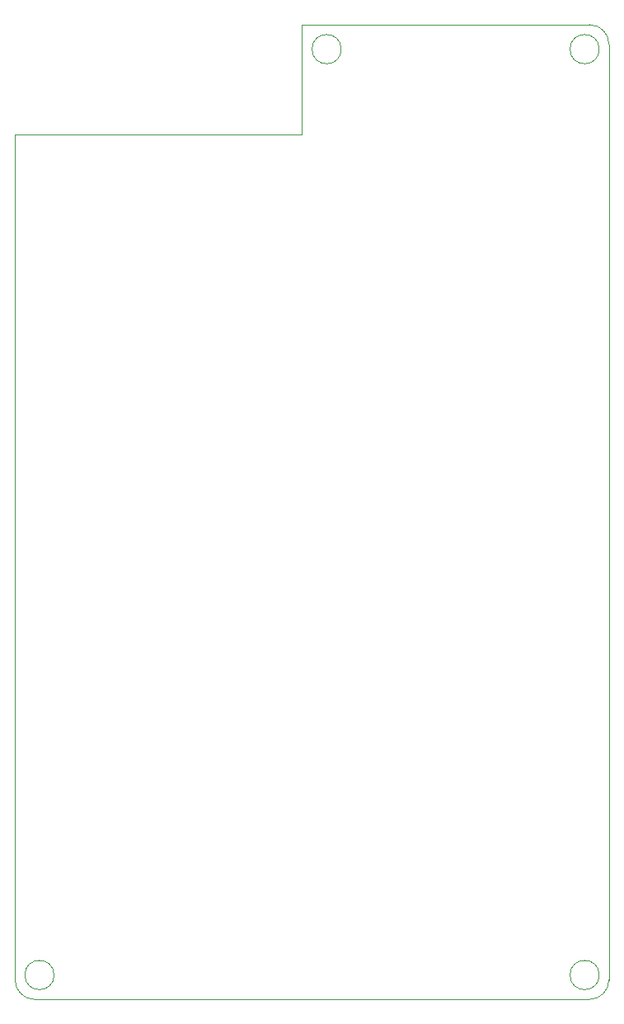
<source format=gbr>
G04 #@! TF.GenerationSoftware,KiCad,Pcbnew,(5.1.10)-1*
G04 #@! TF.CreationDate,2021-10-16T09:31:32+02:00*
G04 #@! TF.ProjectId,TestboardV2.2,54657374-626f-4617-9264-56322e322e6b,rev?*
G04 #@! TF.SameCoordinates,Original*
G04 #@! TF.FileFunction,Profile,NP*
%FSLAX46Y46*%
G04 Gerber Fmt 4.6, Leading zero omitted, Abs format (unit mm)*
G04 Created by KiCad (PCBNEW (5.1.10)-1) date 2021-10-16 09:31:32*
%MOMM*%
%LPD*%
G01*
G04 APERTURE LIST*
G04 #@! TA.AperFunction,Profile*
%ADD10C,0.050000*%
G04 #@! TD*
G04 APERTURE END LIST*
D10*
X130000000Y-71610000D02*
G75*
G03*
X130000000Y-71610000I-1500000J0D01*
G01*
X156500000Y-71610000D02*
G75*
G03*
X156500000Y-71610000I-1500000J0D01*
G01*
X156500000Y-166610000D02*
G75*
G03*
X156500000Y-166610000I-1500000J0D01*
G01*
X100500000Y-166610000D02*
G75*
G03*
X100500000Y-166610000I-1500000J0D01*
G01*
X155500000Y-69100000D02*
G75*
G02*
X157500000Y-71100000I0J-2000000D01*
G01*
X98500000Y-169110000D02*
G75*
G02*
X96500000Y-167110000I0J2000000D01*
G01*
X157500000Y-167110000D02*
G75*
G02*
X155500000Y-169110000I-2000000J0D01*
G01*
X125900000Y-80390000D02*
X125900000Y-69100000D01*
X96500000Y-80390000D02*
X125900000Y-80390000D01*
X98500000Y-169110000D02*
X155500000Y-169110000D01*
X96500000Y-80390000D02*
X96500000Y-167110000D01*
X155500000Y-69100000D02*
X125900000Y-69100000D01*
X157500000Y-167110000D02*
X157500000Y-71100000D01*
M02*

</source>
